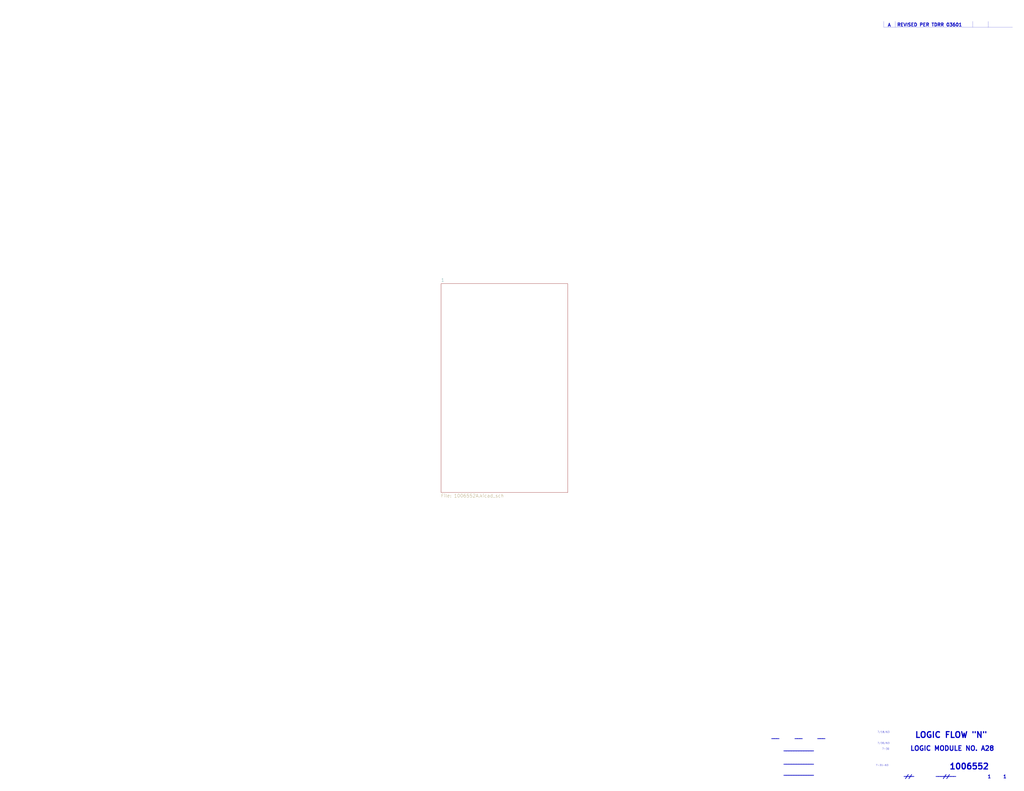
<source format=kicad_sch>
(kicad_sch (version 20211123) (generator eeschema)
  (paper "E")
  (lib_symbols)
  (polyline (pts (xy 964.5142 23.241) (xy 964.5142 29.718)) (stroke (width 0) (type solid)))
  (polyline (pts (xy 977.0872 23.241) (xy 977.0872 29.718)) (stroke (width 0) (type solid)))
  (polyline (pts (xy 1061.7962 23.241) (xy 1061.7962 29.718)) (stroke (width 0) (type solid)))
  (polyline (pts (xy 964.5142 29.718) (xy 1105.1032 29.718)) (stroke (width 0) (type solid)))
  (polyline (pts (xy 1078.6872 23.368) (xy 1078.6872 29.845)) (stroke (width 0) (type solid)))
  (text "//" (at 1028.7 850.265 0) (effects (font (size 3.556 3.556) (thickness 0.7112) bold) (justify left bottom)))
  (text "A" (at 968.5782 29.591 0) (effects (font (size 3.556 3.556) (thickness 0.7112) bold) (justify left bottom)))
  (text "____________" (at 855.0148 834.9996 0) (effects (font (size 3.556 3.556) (thickness 0.7112) bold) (justify left bottom)))
  (text "____" (at 986.155 848.36 0) (effects (font (size 3.556 3.556) (thickness 0.7112) bold) (justify left bottom)))
  (text "REVISED PER TDRR 03601" (at 978.8652 29.337 0) (effects (font (size 3.556 3.556) (thickness 0.7112) bold) (justify left bottom)))
  (text "___" (at 867.0798 807.0596 0) (effects (font (size 3.556 3.556) (thickness 0.7112) bold) (justify left bottom)))
  (text "1     1" (at 1077.595 850.392 0) (effects (font (size 3.556 3.556) (thickness 0.7112) bold) (justify left bottom)))
  (text "1006552" (at 1035.812 840.867 0) (effects (font (size 6.35 6.35) (thickness 1.27) bold) (justify left bottom)))
  (text "7/30/63" (at 957.58 812.8 0) (effects (font (size 1.905 1.905)) (justify left bottom)))
  (text "LOGIC MODULE NO. A28" (at 993.14 820.42 0) (effects (font (size 5.08 5.08) (thickness 1.016) bold) (justify left bottom)))
  (text "//" (at 987.425 850.265 0) (effects (font (size 3.556 3.556) (thickness 0.7112) bold) (justify left bottom)))
  (text "LOGIC FLOW \"N\"" (at 998.22 806.45 0) (effects (font (size 6.35 6.35) (thickness 1.27) bold) (justify left bottom)))
  (text "___" (at 891.8448 807.0596 0) (effects (font (size 3.556 3.556) (thickness 0.7112) bold) (justify left bottom)))
  (text "____________" (at 855.0148 820.3946 0) (effects (font (size 3.556 3.556) (thickness 0.7112) bold) (justify left bottom)))
  (text "____________" (at 855.0148 847.0646 0) (effects (font (size 3.556 3.556) (thickness 0.7112) bold) (justify left bottom)))
  (text "________" (at 1021.08 848.36 0) (effects (font (size 3.556 3.556) (thickness 0.7112) bold) (justify left bottom)))
  (text "7-31-63" (at 955.675 836.93 0) (effects (font (size 1.905 1.905)) (justify left bottom)))
  (text "7/18/63" (at 957.58 800.735 0) (effects (font (size 1.905 1.905)) (justify left bottom)))
  (text "7-30" (at 962.66 819.15 0) (effects (font (size 1.905 1.905)) (justify left bottom)))
  (text "___" (at 841.6798 807.0596 0) (effects (font (size 3.556 3.556) (thickness 0.7112) bold) (justify left bottom)))
  (sheet (at 481.33 309.88) (size 138.43 227.965)
    (property "Sheet name" "1" (at 481.33 308.0254 0) (effects (font (size 3.556 3.556)) (justify left bottom)))
    (property "Sheet file" "1006552A.kicad_sch" (at 481.33 539.344 0) (effects (font (size 3.556 3.556)) (justify left top)))
  )
)
</source>
